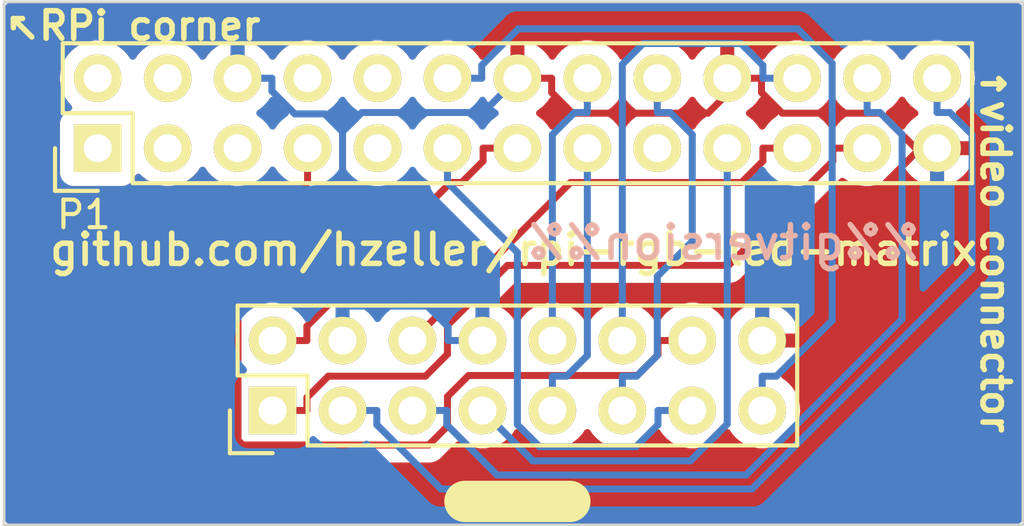
<source format=kicad_pcb>
(kicad_pcb (version 20221018) (generator pcbnew)
  (layers (0 "F.Cu" signal) (31 "B.Cu" signal) (34 "B.Paste" user) (35 "F.Paste" user) (36 "B.SilkS" user "B.Silkscreen") (37 "F.SilkS" user "F.Silkscreen") (38 "B.Mask" user) (39 "F.Mask" user) (44 "Edge.Cuts" user))
  (net 0 "")
  (net 1 "GND")
  (net 2 "strobe")
  (net 3 "p0_r1")
  (net 4 "p0_g1")
  (net 5 "OE")
  (net 6 "p0_b1")
  (net 7 "p0_r2")
  (net 8 "p0_g2")
  (net 9 "row_D")
  (net 10 "row_C")
  (net 11 "p0_b2")
  (net 12 "clock")
  (net 13 "row_B")
  (net 14 "row_A")
  (footprint "Pin_Headers:Pin_Header_Straight_2x08" (layer "F.Cu") (at 95.25 53.34 90)
    (fp_text reference "Panel-1" hide)
    (fp_text value "CONN_02X08" hide)
    (fp_line (start -1.55 -1.55) (end -1.55 0) (stroke (width 0.15)) (layer "F.SilkS"))
    (fp_line (start -1.27 1.27) (end -1.27 19.05) (stroke (width 0.15)) (layer "F.SilkS"))
    (fp_line (start 0 -1.55) (end -1.55 -1.55) (stroke (width 0.15)) (layer "F.SilkS"))
    (fp_line (start 1.27 -1.27) (end 1.27 1.27) (stroke (width 0.15)) (layer "F.SilkS"))
    (fp_line (start 1.27 1.27) (end -1.27 1.27) (stroke (width 0.15)) (layer "F.SilkS"))
    (fp_line (start 3.81 -1.27) (end 1.27 -1.27) (stroke (width 0.15)) (layer "F.SilkS"))
    (fp_line (start 3.81 19.05) (end -1.27 19.05) (stroke (width 0.15)) (layer "F.SilkS"))
    (fp_line (start 3.81 19.05) (end 3.81 -1.27) (stroke (width 0.15)) (layer "F.SilkS"))
    (pad "1" thru_hole rect (at 0 0 90) (size 1.7272 1.7272) (drill 1.016) (layers "*.Cu" "*.Mask" "F.SilkS") (net 3 "p0_r1"))
    (pad "2" thru_hole oval (at 2.54 0 90) (size 1.7272 1.7272) (drill 1.016) (layers "*.Cu" "*.Mask" "F.SilkS") (net 4 "p0_g1"))
    (pad "3" thru_hole oval (at 0 2.54 90) (size 1.7272 1.7272) (drill 1.016) (layers "*.Cu" "*.Mask" "F.SilkS") (net 6 "p0_b1"))
    (pad "4" thru_hole oval (at 2.54 2.54 90) (size 1.7272 1.7272) (drill 1.016) (layers "*.Cu" "*.Mask" "F.SilkS") (net 1 "GND"))
    (pad "5" thru_hole oval (at 0 5.08 90) (size 1.7272 1.7272) (drill 1.016) (layers "*.Cu" "*.Mask" "F.SilkS") (net 7 "p0_r2"))
    (pad "6" thru_hole oval (at 2.54 5.08 90) (size 1.7272 1.7272) (drill 1.016) (layers "*.Cu" "*.Mask" "F.SilkS") (net 8 "p0_g2"))
    (pad "7" thru_hole oval (at 0 7.62 90) (size 1.7272 1.7272) (drill 1.016) (layers "*.Cu" "*.Mask" "F.SilkS") (net 11 "p0_b2"))
    (pad "8" thru_hole oval (at 2.54 7.62 90) (size 1.7272 1.7272) (drill 1.016) (layers "*.Cu" "*.Mask" "F.SilkS") (net 1 "GND"))
    (pad "9" thru_hole oval (at 0 10.16 90) (size 1.7272 1.7272) (drill 1.016) (layers "*.Cu" "*.Mask" "F.SilkS") (net 14 "row_A"))
    (pad "10" thru_hole oval (at 2.54 10.16 90) (size 1.7272 1.7272) (drill 1.016) (layers "*.Cu" "*.Mask" "F.SilkS") (net 13 "row_B"))
    (pad "11" thru_hole oval (at 0 12.7 90) (size 1.7272 1.7272) (drill 1.016) (layers "*.Cu" "*.Mask" "F.SilkS") (net 10 "row_C"))
    (pad "12" thru_hole oval (at 2.54 12.7 90) (size 1.7272 1.7272) (drill 1.016) (layers "*.Cu" "*.Mask" "F.SilkS") (net 9 "row_D"))
    (pad "13" thru_hole oval (at 0 15.24 90) (size 1.7272 1.7272) (drill 1.016) (layers "*.Cu" "*.Mask" "F.SilkS") (net 12 "clock"))
    (pad "14" thru_hole oval (at 2.54 15.24 90) (size 1.7272 1.7272) (drill 1.016) (layers "*.Cu" "*.Mask" "F.SilkS") (net 2 "strobe"))
    (pad "15" thru_hole oval (at 0 17.78 90) (size 1.7272 1.7272) (drill 1.016) (layers "*.Cu" "*.Mask" "F.SilkS") (net 5 "OE"))
    (pad "16" thru_hole oval (at 2.54 17.78 90) (size 1.7272 1.7272) (drill 1.016) (layers "*.Cu" "*.Mask" "F.SilkS") (net 1 "GND"))
  )
  (footprint "Pin_Headers:Pin_Header_Straight_2x13" (layer "F.Cu") (at 88.9 43.815 90)
    (fp_text reference "P1" (at -2.413 -0.508 180) (layer "F.SilkS"))
    (fp_text value "RPi-Header" hide)
    (fp_line (start -1.55 -1.55) (end -1.55 0) (stroke (width 0.15)) (layer "F.SilkS"))
    (fp_line (start -1.27 1.27) (end -1.27 31.75) (stroke (width 0.15)) (layer "F.SilkS"))
    (fp_line (start 0 -1.55) (end -1.55 -1.55) (stroke (width 0.15)) (layer "F.SilkS"))
    (fp_line (start 1.27 -1.27) (end 1.27 1.27) (stroke (width 0.15)) (layer "F.SilkS"))
    (fp_line (start 1.27 1.27) (end -1.27 1.27) (stroke (width 0.15)) (layer "F.SilkS"))
    (fp_line (start 3.81 -1.27) (end 1.27 -1.27) (stroke (width 0.15)) (layer "F.SilkS"))
    (fp_line (start 3.81 -1.27) (end 3.81 31.75) (stroke (width 0.15)) (layer "F.SilkS"))
    (fp_line (start 3.81 31.75) (end -1.27 31.75) (stroke (width 0.15)) (layer "F.SilkS"))
    (pad "1" thru_hole rect (at 0 0 90) (size 1.7272 1.7272) (drill 1.016) (layers "*.Cu" "*.Mask" "F.SilkS"))
    (pad "2" thru_hole oval (at 2.54 0 90) (size 1.7272 1.7272) (drill 1.016) (layers "*.Cu" "*.Mask" "F.SilkS"))
    (pad "3" thru_hole oval (at 0 2.54 90) (size 1.7272 1.7272) (drill 1.016) (layers "*.Cu" "*.Mask" "F.SilkS"))
    (pad "4" thru_hole oval (at 2.54 2.54 90) (size 1.7272 1.7272) (drill 1.016) (layers "*.Cu" "*.Mask" "F.SilkS"))
    (pad "5" thru_hole oval (at 0 5.08 90) (size 1.7272 1.7272) (drill 1.016) (layers "*.Cu" "*.Mask" "F.SilkS"))
    (pad "6" thru_hole oval (at 2.54 5.08 90) (size 1.7272 1.7272) (drill 1.016) (layers "*.Cu" "*.Mask" "F.SilkS") (net 1 "GND"))
    (pad "7" thru_hole oval (at 0 7.62 90) (size 1.7272 1.7272) (drill 1.016) (layers "*.Cu" "*.Mask" "F.SilkS") (net 2 "strobe"))
    (pad "8" thru_hole oval (at 2.54 7.62 90) (size 1.7272 1.7272) (drill 1.016) (layers "*.Cu" "*.Mask" "F.SilkS"))
    (pad "9" thru_hole oval (at 0 10.16 90) (size 1.7272 1.7272) (drill 1.016) (layers "*.Cu" "*.Mask" "F.SilkS"))
    (pad "10" thru_hole oval (at 2.54 10.16 90) (size 1.7272 1.7272) (drill 1.016) (layers "*.Cu" "*.Mask" "F.SilkS"))
    (pad "11" thru_hole oval (at 0 12.7 90) (size 1.7272 1.7272) (drill 1.016) (layers "*.Cu" "*.Mask" "F.SilkS") (net 12 "clock"))
    (pad "12" thru_hole oval (at 2.54 12.7 90) (size 1.7272 1.7272) (drill 1.016) (layers "*.Cu" "*.Mask" "F.SilkS") (net 5 "OE"))
    (pad "13" thru_hole oval (at 0 15.24 90) (size 1.7272 1.7272) (drill 1.016) (layers "*.Cu" "*.Mask" "F.SilkS") (net 4 "p0_g1"))
    (pad "14" thru_hole oval (at 2.54 15.24 90) (size 1.7272 1.7272) (drill 1.016) (layers "*.Cu" "*.Mask" "F.SilkS") (net 1 "GND"))
    (pad "15" thru_hole oval (at 0 17.78 90) (size 1.7272 1.7272) (drill 1.016) (layers "*.Cu" "*.Mask" "F.SilkS") (net 14 "row_A"))
    (pad "16" thru_hole oval (at 2.54 17.78 90) (size 1.7272 1.7272) (drill 1.016) (layers "*.Cu" "*.Mask" "F.SilkS") (net 13 "row_B"))
    (pad "17" thru_hole oval (at 0 20.32 90) (size 1.7272 1.7272) (drill 1.016) (layers "*.Cu" "*.Mask" "F.SilkS"))
    (pad "18" thru_hole oval (at 2.54 20.32 90) (size 1.7272 1.7272) (drill 1.016) (layers "*.Cu" "*.Mask" "F.SilkS") (net 10 "row_C"))
    (pad "19" thru_hole oval (at 0 22.86 90) (size 1.7272 1.7272) (drill 1.016) (layers "*.Cu" "*.Mask" "F.SilkS") (net 11 "p0_b2"))
    (pad "20" thru_hole oval (at 2.54 22.86 90) (size 1.7272 1.7272) (drill 1.016) (layers "*.Cu" "*.Mask" "F.SilkS") (net 1 "GND"))
    (pad "21" thru_hole oval (at 0 25.4 90) (size 1.7272 1.7272) (drill 1.016) (layers "*.Cu" "*.Mask" "F.SilkS") (net 8 "p0_g2"))
    (pad "22" thru_hole oval (at 2.54 25.4 90) (size 1.7272 1.7272) (drill 1.016) (layers "*.Cu" "*.Mask" "F.SilkS") (net 9 "row_D"))
    (pad "23" thru_hole oval (at 0 27.94 90) (size 1.7272 1.7272) (drill 1.016) (layers "*.Cu" "*.Mask" "F.SilkS") (net 3 "p0_r1"))
    (pad "24" thru_hole oval (at 2.54 27.94 90) (size 1.7272 1.7272) (drill 1.016) (layers "*.Cu" "*.Mask" "F.SilkS") (net 7 "p0_r2"))
    (pad "25" thru_hole oval (at 0 30.48 90) (size 1.7272 1.7272) (drill 1.016) (layers "*.Cu" "*.Mask" "F.SilkS") (net 1 "GND"))
    (pad "26" thru_hole oval (at 2.54 30.48 90) (size 1.7272 1.7272) (drill 1.016) (layers "*.Cu" "*.Mask" "F.SilkS") (net 6 "p0_b1"))
  )
  (gr_line (start 102.235 56.642) (end 106.045 56.642) (stroke (width 1.5)) (layer "F.SilkS"))
  (gr_line (start 122.5 38.5) (end 122.5 57.5) (stroke (width 0.1)) (layer "Edge.Cuts"))
  (gr_line (start 122.5 57.5) (end 85.5 57.5) (stroke (width 0.1)) (layer "Edge.Cuts"))
  (gr_line (start 85.5 57.5) (end 85.5 38.5) (stroke (width 0.1)) (layer "Edge.Cuts"))
  (gr_line (start 85.5 38.5) (end 122.5 38.5) (stroke (width 0.1)) (layer "Edge.Cuts"))
  (gr_text "%%gitversion%%" (at 118.872 47.244) (layer "B.SilkS") (effects (font (size 1.2 1.2) (thickness 0.2)) (justify left mirror)))
  (gr_text "github.com/hzeller/rpi-rgb-led-matrix" (at 104 47.5) (layer "F.SilkS") (effects (font (size 1.1 1.1) (thickness 0.2))))
  (gr_text "↑video connector" (at 121.5 47.5 270) (layer "F.SilkS") (effects (font (size 1 1) (thickness 0.2))))
  (gr_text "↖RPi corner" (at 90.17 39.37) (layer "F.SilkS") (effects (font (size 1 1) (thickness 0.2))))
  (segment (start 113.7591 42.545) (end 113.0049 41.7908) (width 0.254) (layer "F.Cu") (net 1))
  (segment (start 112.3295 41.275) (end 113.0049 41.275) (width 0.254) (layer "F.Cu") (net 1))
  (segment (start 117.3307 42.545) (end 113.7591 42.545) (width 0.254) (layer "F.Cu") (net 1))
  (segment (start 118.6854 43.8997) (end 117.3307 42.545) (width 0.254) (layer "F.Cu") (net 1))
  (segment (start 118.8105 43.815) (end 118.7258 43.8997) (width 0.254) (layer "F.Cu") (net 1))
  (segment (start 111.0595 42.545) (end 106.1391 42.545) (width 0.254) (layer "F.Cu") (net 1))
  (segment (start 118.7258 43.8997) (end 118.6854 43.8997) (width 0.254) (layer "F.Cu") (net 1))
  (segment (start 113.0049 41.7908) (end 113.0049 41.275) (width 0.254) (layer "F.Cu") (net 1))
  (segment (start 111.76 41.275) (end 112.3295 41.275) (width 0.254) (layer "F.Cu") (net 1))
  (segment (start 112.3295 41.275) (end 111.0595 42.545) (width 0.254) (layer "F.Cu") (net 1))
  (segment (start 104.14 41.275) (end 105.3849 41.275) (width 0.254) (layer "F.Cu") (net 1))
  (segment (start 113.03 50.8) (end 113.03 49.5551) (width 0.254) (layer "F.Cu") (net 1))
  (segment (start 113.03 49.5551) (end 118.6854 43.8997) (width 0.254) (layer "F.Cu") (net 1))
  (segment (start 106.1391 42.545) (end 105.3849 41.7908) (width 0.254) (layer "F.Cu") (net 1))
  (segment (start 105.3849 41.7908) (end 105.3849 41.275) (width 0.254) (layer "F.Cu") (net 1))
  (segment (start 119.38 43.815) (end 118.8105 43.815) (width 0.254) (layer "F.Cu") (net 1))
  (segment (start 101.6251 50.3045) (end 101.6251 50.8) (width 0.254) (layer "B.Cu") (net 1))
  (segment (start 96.0531 42.5701) (end 97.1387 42.5701) (width 0.254) (layer "B.Cu") (net 1))
  (segment (start 97.79 43.2214) (end 97.79 49.5492) (width 0.254) (layer "B.Cu") (net 1))
  (segment (start 102.87 50.8) (end 101.6251 50.8) (width 0.254) (layer "B.Cu") (net 1))
  (segment (start 100.8698 49.5492) (end 101.6251 50.3045) (width 0.254) (layer "B.Cu") (net 1))
  (segment (start 102.895 42.52) (end 98.4914 42.52) (width 0.254) (layer "B.Cu") (net 1))
  (segment (start 97.79 49.5492) (end 100.8698 49.5492) (width 0.254) (layer "B.Cu") (net 1))
  (segment (start 95.2249 41.275) (end 95.2249 41.7419) (width 0.254) (layer "B.Cu") (net 1))
  (segment (start 98.4914 42.52) (end 97.79 43.2214) (width 0.254) (layer "B.Cu") (net 1))
  (segment (start 97.79 49.5492) (end 97.79 50.8) (width 0.254) (layer "B.Cu") (net 1))
  (segment (start 95.2249 41.7419) (end 96.0531 42.5701) (width 0.254) (layer "B.Cu") (net 1))
  (segment (start 93.98 41.275) (end 95.2249 41.275) (width 0.254) (layer "B.Cu") (net 1))
  (segment (start 104.14 41.275) (end 102.895 42.52) (width 0.254) (layer "B.Cu") (net 1))
  (segment (start 97.1387 42.5701) (end 97.79 43.2214) (width 0.254) (layer "B.Cu") (net 1))
  (segment (start 101.6 52.835) (end 102.365 52.07) (width 0.254) (layer "F.Cu") (net 2))
  (segment (start 109.2451 51.3158) (end 109.2451 50.8) (width 0.254) (layer "F.Cu") (net 2))
  (segment (start 110.49 50.8) (end 109.2451 50.8) (width 0.254) (layer "F.Cu") (net 2))
  (segment (start 93.9931 54.4202) (end 94.1662 54.5933) (width 0.254) (layer "F.Cu") (net 2))
  (segment (start 96.52 43.815) (end 96.52 45.0599) (width 0.254) (layer "F.Cu") (net 2))
  (segment (start 100.9179 54.5933) (end 101.6 53.9112) (width 0.254) (layer "F.Cu") (net 2))
  (segment (start 108.4909 52.07) (end 109.2451 51.3158) (width 0.254) (layer "F.Cu") (net 2))
  (segment (start 101.6 53.9112) (end 101.6 52.835) (width 0.254) (layer "F.Cu") (net 2))
  (segment (start 102.365 52.07) (end 108.4909 52.07) (width 0.254) (layer "F.Cu") (net 2))
  (segment (start 93.9931 47.5868) (end 93.9931 54.4202) (width 0.254) (layer "F.Cu") (net 2))
  (segment (start 94.1662 54.5933) (end 100.9179 54.5933) (width 0.254) (layer "F.Cu") (net 2))
  (segment (start 96.52 45.0599) (end 93.9931 47.5868) (width 0.254) (layer "F.Cu") (net 2))
  (segment (start 100.7999 52.0951) (end 97.2729 52.0951) (width 0.254) (layer "F.Cu") (net 3))
  (segment (start 101.6 50.249) (end 101.6 51.295) (width 0.254) (layer "F.Cu") (net 3))
  (segment (start 116.84 43.815) (end 115.5951 43.815) (width 0.254) (layer "F.Cu") (net 3))
  (segment (start 101.6 51.295) (end 100.7999 52.0951) (width 0.254) (layer "F.Cu") (net 3))
  (segment (start 96.4949 52.8731) (end 96.4949 53.34) (width 0.254) (layer "F.Cu") (net 3))
  (segment (start 97.2729 52.0951) (end 96.4949 52.8731) (width 0.254) (layer "F.Cu") (net 3))
  (segment (start 115.5951 43.815) (end 115.5951 44.2818) (width 0.254) (layer "F.Cu") (net 3))
  (segment (start 103.7779 48.0711) (end 101.6 50.249) (width 0.254) (layer "F.Cu") (net 3))
  (segment (start 95.25 53.34) (end 96.4949 53.34) (width 0.254) (layer "F.Cu") (net 3))
  (segment (start 111.8058 48.0711) (end 103.7779 48.0711) (width 0.254) (layer "F.Cu") (net 3))
  (segment (start 115.5951 44.2818) (end 111.8058 48.0711) (width 0.254) (layer "F.Cu") (net 3))
  (segment (start 95.25 50.8) (end 96.4949 50.8) (width 0.254) (layer "F.Cu") (net 4))
  (segment (start 101.7192 45.0599) (end 96.4949 50.2842) (width 0.254) (layer "F.Cu") (net 4))
  (segment (start 96.4949 50.2842) (end 96.4949 50.8) (width 0.254) (layer "F.Cu") (net 4))
  (segment (start 102.8951 44.2819) (end 102.1171 45.0599) (width 0.254) (layer "F.Cu") (net 4))
  (segment (start 102.1171 45.0599) (end 101.7192 45.0599) (width 0.254) (layer "F.Cu") (net 4))
  (segment (start 104.14 43.815) (end 102.8951 43.815) (width 0.254) (layer "F.Cu") (net 4))
  (segment (start 102.8951 43.815) (end 102.8951 44.2819) (width 0.254) (layer "F.Cu") (net 4))
  (segment (start 102.8449 40.8082) (end 104.1729 39.4802) (width 0.254) (layer "B.Cu") (net 5))
  (segment (start 113.5458 52.0951) (end 113.03 52.0951) (width 0.254) (layer "B.Cu") (net 5))
  (segment (start 113.03 53.34) (end 113.03 52.0951) (width 0.254) (layer "B.Cu") (net 5))
  (segment (start 114.3167 39.4802) (end 115.57 40.7335) (width 0.254) (layer "B.Cu") (net 5))
  (segment (start 115.57 40.7335) (end 115.57 50.0709) (width 0.254) (layer "B.Cu") (net 5))
  (segment (start 102.8449 41.275) (end 102.8449 40.8082) (width 0.254) (layer "B.Cu") (net 5))
  (segment (start 115.57 50.0709) (end 113.5458 52.0951) (width 0.254) (layer "B.Cu") (net 5))
  (segment (start 104.1729 39.4802) (end 114.3167 39.4802) (width 0.254) (layer "B.Cu") (net 5))
  (segment (start 101.6 41.275) (end 102.8449 41.275) (width 0.254) (layer "B.Cu") (net 5))
  (segment (start 97.79 53.34) (end 99.0349 53.34) (width 0.254) (layer "B.Cu") (net 6))
  (segment (start 119.38 42.5199) (end 119.8468 42.5199) (width 0.254) (layer "B.Cu") (net 6))
  (segment (start 120.6524 43.3255) (end 120.6524 48.1982) (width 0.254) (layer "B.Cu") (net 6))
  (segment (start 99.0349 53.8558) (end 99.0349 53.34) (width 0.254) (layer "B.Cu") (net 6))
  (segment (start 112.6587 56.1919) (end 101.371 56.1919) (width 0.254) (layer "B.Cu") (net 6))
  (segment (start 120.6524 48.1982) (end 112.6587 56.1919) (width 0.254) (layer "B.Cu") (net 6))
  (segment (start 119.8468 42.5199) (end 120.6524 43.3255) (width 0.254) (layer "B.Cu") (net 6))
  (segment (start 119.38 41.275) (end 119.38 42.5199) (width 0.254) (layer "B.Cu") (net 6))
  (segment (start 101.371 56.1919) (end 99.0349 53.8558) (width 0.254) (layer "B.Cu") (net 6))
  (segment (start 118.11 43.3231) (end 118.11 50.0216) (width 0.254) (layer "B.Cu") (net 7))
  (segment (start 116.84 41.275) (end 116.84 42.5199) (width 0.254) (layer "B.Cu") (net 7))
  (segment (start 103.4026 55.6835) (end 101.5749 53.8558) (width 0.254) (layer "B.Cu") (net 7))
  (segment (start 112.4481 55.6835) (end 103.4026 55.6835) (width 0.254) (layer "B.Cu") (net 7))
  (segment (start 100.33 53.34) (end 101.5749 53.34) (width 0.254) (layer "B.Cu") (net 7))
  (segment (start 101.5749 53.8558) (end 101.5749 53.34) (width 0.254) (layer "B.Cu") (net 7))
  (segment (start 116.84 42.5199) (end 117.3068 42.5199) (width 0.254) (layer "B.Cu") (net 7))
  (segment (start 118.11 50.0216) (end 112.4481 55.6835) (width 0.254) (layer "B.Cu") (net 7))
  (segment (start 117.3068 42.5199) (end 118.11 43.3231) (width 0.254) (layer "B.Cu") (net 7))
  (segment (start 106.0701 45.0599) (end 100.33 50.8) (width 0.254) (layer "F.Cu") (net 8))
  (segment (start 113.0551 43.815) (end 113.0551 44.2819) (width 0.254) (layer "F.Cu") (net 8))
  (segment (start 112.2771 45.0599) (end 106.0701 45.0599) (width 0.254) (layer "F.Cu") (net 8))
  (segment (start 114.3 43.815) (end 113.0551 43.815) (width 0.254) (layer "F.Cu") (net 8))
  (segment (start 113.0551 44.2819) (end 112.2771 45.0599) (width 0.254) (layer "F.Cu") (net 8))
  (segment (start 112.2605 40.0136) (end 108.7063 40.0136) (width 0.254) (layer "B.Cu") (net 9))
  (segment (start 113.0551 41.275) (end 113.0551 40.8082) (width 0.254) (layer "B.Cu") (net 9))
  (segment (start 107.95 40.7699) (end 107.95 50.8) (width 0.254) (layer "B.Cu") (net 9))
  (segment (start 108.7063 40.0136) (end 107.95 40.7699) (width 0.254) (layer "B.Cu") (net 9))
  (segment (start 113.0551 40.8082) (end 112.2605 40.0136) (width 0.254) (layer "B.Cu") (net 9))
  (segment (start 114.3 41.275) (end 113.0551 41.275) (width 0.254) (layer "B.Cu") (net 9))
  (segment (start 109.6868 42.5199) (end 110.49 43.3231) (width 0.254) (layer "B.Cu") (net 10))
  (segment (start 107.95 53.34) (end 107.95 52.0951) (width 0.254) (layer "B.Cu") (net 10))
  (segment (start 110.49 43.3231) (end 110.49 47.1986) (width 0.254) (layer "B.Cu") (net 10))
  (segment (start 109.22 41.275) (end 109.22 42.5199) (width 0.254) (layer "B.Cu") (net 10))
  (segment (start 110.49 47.1986) (end 109.22 48.4686) (width 0.254) (layer "B.Cu") (net 10))
  (segment (start 109.22 42.5199) (end 109.6868 42.5199) (width 0.254) (layer "B.Cu") (net 10))
  (segment (start 109.22 48.4686) (end 109.22 51.3409) (width 0.254) (layer "B.Cu") (net 10))
  (segment (start 108.4658 52.0951) (end 107.95 52.0951) (width 0.254) (layer "B.Cu") (net 10))
  (segment (start 109.22 51.3409) (end 108.4658 52.0951) (width 0.254) (layer "B.Cu") (net 10))
  (segment (start 111.76 53.8323) (end 110.4228 55.1695) (width 0.254) (layer "B.Cu") (net 11))
  (segment (start 104.6995 55.1695) (end 102.87 53.34) (width 0.254) (layer "B.Cu") (net 11))
  (segment (start 110.4228 55.1695) (end 104.6995 55.1695) (width 0.254) (layer "B.Cu") (net 11))
  (segment (start 111.76 43.815) (end 111.76 53.8323) (width 0.254) (layer "B.Cu") (net 11))
  (segment (start 101.6 45.0599) (end 104.14 47.5999) (width 0.254) (layer "B.Cu") (net 12))
  (segment (start 104.94 54.6544) (end 108.4465 54.6544) (width 0.254) (layer "B.Cu") (net 12))
  (segment (start 108.4465 54.6544) (end 109.2451 53.8558) (width 0.254) (layer "B.Cu") (net 12))
  (segment (start 101.6 43.815) (end 101.6 45.0599) (width 0.254) (layer "B.Cu") (net 12))
  (segment (start 104.14 53.8544) (end 104.94 54.6544) (width 0.254) (layer "B.Cu") (net 12))
  (segment (start 110.49 53.34) (end 109.2451 53.34) (width 0.254) (layer "B.Cu") (net 12))
  (segment (start 109.2451 53.8558) (end 109.2451 53.34) (width 0.254) (layer "B.Cu") (net 12))
  (segment (start 104.14 47.5999) (end 104.14 53.8544) (width 0.254) (layer "B.Cu") (net 12))
  (segment (start 105.41 43.3231) (end 106.2132 42.5199) (width 0.254) (layer "B.Cu") (net 13))
  (segment (start 106.2132 42.5199) (end 106.68 42.5199) (width 0.254) (layer "B.Cu") (net 13))
  (segment (start 106.68 41.275) (end 106.68 42.5199) (width 0.254) (layer "B.Cu") (net 13))
  (segment (start 105.41 49.5551) (end 105.41 43.3231) (width 0.254) (layer "B.Cu") (net 13))
  (segment (start 105.41 50.8) (end 105.41 49.5551) (width 0.254) (layer "B.Cu") (net 13))
  (segment (start 105.9258 52.0951) (end 105.41 52.0951) (width 0.254) (layer "B.Cu") (net 14))
  (segment (start 106.68 43.815) (end 106.68 51.3409) (width 0.254) (layer "B.Cu") (net 14))
  (segment (start 106.68 51.3409) (end 105.9258 52.0951) (width 0.254) (layer "B.Cu") (net 14))
  (segment (start 105.41 53.34) (end 105.41 52.0951) (width 0.254) (layer "B.Cu") (net 14))
  (zone (net 1) (net_name "GND") (layer "F.Cu") (connect_pads (clearance 0.508)) (min_thickness 0.254) (fill yes (thermal_gap 0.508) (thermal_bridge_width 0.508))
    (polygon (pts (xy 122.5 57.5) (xy 85.5 57.5) (xy 85.5 38.5) (xy 122.5 38.5)))
  )
  (zone (net 1) (net_name "GND") (layer "B.Cu") (connect_pads (clearance 0.508)) (min_thickness 0.254) (fill yes (thermal_gap 0.508) (thermal_bridge_width 0.508))
    (polygon (pts (xy 122.5 57.5) (xy 85.5 57.5) (xy 85.5 38.5) (xy 122.5 38.5)))
  )
)
</source>
